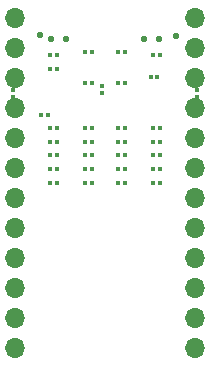
<source format=gbr>
%TF.GenerationSoftware,KiCad,Pcbnew,8.0.3+1*%
%TF.CreationDate,2024-06-27T20:46:53-04:00*%
%TF.ProjectId,XIAO_REV,5849414f-5f52-4455-962e-6b696361645f,rev?*%
%TF.SameCoordinates,Original*%
%TF.FileFunction,Paste,Bot*%
%TF.FilePolarity,Positive*%
%FSLAX46Y46*%
G04 Gerber Fmt 4.6, Leading zero omitted, Abs format (unit mm)*
G04 Created by KiCad (PCBNEW 8.0.3+1) date 2024-06-27 20:46:53*
%MOMM*%
%LPD*%
G01*
G04 APERTURE LIST*
G04 Aperture macros list*
%AMOutline5P*
0 Free polygon, 5 corners , with rotation*
0 The origin of the aperture is its center*
0 number of corners: always 5*
0 $1 to $10 corner X, Y*
0 $11 Rotation angle, in degrees counterclockwise*
0 create outline with 5 corners*
4,1,5,$1,$2,$3,$4,$5,$6,$7,$8,$9,$10,$1,$2,$11*%
%AMOutline6P*
0 Free polygon, 6 corners , with rotation*
0 The origin of the aperture is its center*
0 number of corners: always 6*
0 $1 to $12 corner X, Y*
0 $13 Rotation angle, in degrees counterclockwise*
0 create outline with 6 corners*
4,1,6,$1,$2,$3,$4,$5,$6,$7,$8,$9,$10,$11,$12,$1,$2,$13*%
%AMOutline7P*
0 Free polygon, 7 corners , with rotation*
0 The origin of the aperture is its center*
0 number of corners: always 7*
0 $1 to $14 corner X, Y*
0 $15 Rotation angle, in degrees counterclockwise*
0 create outline with 7 corners*
4,1,7,$1,$2,$3,$4,$5,$6,$7,$8,$9,$10,$11,$12,$13,$14,$1,$2,$15*%
%AMOutline8P*
0 Free polygon, 8 corners , with rotation*
0 The origin of the aperture is its center*
0 number of corners: always 8*
0 $1 to $16 corner X, Y*
0 $17 Rotation angle, in degrees counterclockwise*
0 create outline with 8 corners*
4,1,8,$1,$2,$3,$4,$5,$6,$7,$8,$9,$10,$11,$12,$13,$14,$15,$16,$1,$2,$17*%
G04 Aperture macros list end*
%ADD10Outline8P,-0.150000X0.140000X-0.090000X0.200000X0.090000X0.200000X0.150000X0.140000X0.150000X-0.140000X0.090000X-0.200000X-0.090000X-0.200000X-0.150000X-0.140000X0.000000*%
%ADD11Outline8P,-0.250000X0.150000X-0.150000X0.250000X0.150000X0.250000X0.250000X0.150000X0.250000X-0.150000X0.150000X-0.250000X-0.150000X-0.250000X-0.250000X-0.150000X135.000000*%
%ADD12Outline8P,-0.150000X0.140000X-0.090000X0.200000X0.090000X0.200000X0.150000X0.140000X0.150000X-0.140000X0.090000X-0.200000X-0.090000X-0.200000X-0.150000X-0.140000X270.000000*%
%ADD13O,1.700000X1.700000*%
G04 APERTURE END LIST*
D10*
%TO.C,*%
X167840000Y-79380000D03*
%TD*%
%TO.C,*%
X167840000Y-79930000D03*
%TD*%
%TO.C,*%
X152200000Y-79375000D03*
%TD*%
%TO.C,*%
X152200000Y-79925000D03*
%TD*%
%TO.C,*%
X159780000Y-79035000D03*
%TD*%
%TO.C,*%
X159780000Y-79585000D03*
%TD*%
D11*
%TO.C,*%
X154490000Y-74680000D03*
%TD*%
%TO.C,*%
X166020000Y-74830000D03*
%TD*%
%TO.C,*%
X164560000Y-75090000D03*
%TD*%
%TO.C,*%
X155450000Y-75090000D03*
%TD*%
%TO.C,*%
X163303948Y-75086052D03*
%TD*%
%TO.C,*%
X156736052Y-75086052D03*
%TD*%
D12*
%TO.C,*%
X164090000Y-84910000D03*
%TD*%
%TO.C,*%
X155400000Y-86060000D03*
%TD*%
%TO.C,*%
X158900000Y-82610000D03*
%TD*%
%TO.C,*%
X155400000Y-87210000D03*
%TD*%
%TO.C,*%
X158900000Y-78810000D03*
%TD*%
%TO.C,*%
X155400000Y-76410000D03*
%TD*%
%TO.C,*%
X155950000Y-87210000D03*
%TD*%
%TO.C,*%
X158350000Y-82610000D03*
%TD*%
%TO.C,*%
X158350000Y-86060000D03*
%TD*%
%TO.C,*%
X155950000Y-83760000D03*
%TD*%
%TO.C,*%
X164640000Y-76410000D03*
%TD*%
%TO.C,*%
X161140000Y-87210000D03*
%TD*%
%TO.C,*%
X161140000Y-78810000D03*
%TD*%
%TO.C,*%
X161690000Y-78810000D03*
%TD*%
%TO.C,*%
X155400000Y-82610000D03*
%TD*%
%TO.C,*%
X164640000Y-87210000D03*
%TD*%
%TO.C,*%
X158900000Y-76160000D03*
%TD*%
%TO.C,*%
X161140000Y-86060000D03*
%TD*%
%TO.C,*%
X155950000Y-86060000D03*
%TD*%
%TO.C,*%
X155400000Y-77560000D03*
%TD*%
%TO.C,*%
X163910000Y-78280000D03*
%TD*%
%TO.C,*%
X161690000Y-82610000D03*
%TD*%
%TO.C,*%
X164090000Y-76410000D03*
%TD*%
%TO.C,*%
X155950000Y-77560000D03*
%TD*%
%TO.C,*%
X164640000Y-84910000D03*
%TD*%
%TO.C,*%
X161690000Y-86060000D03*
%TD*%
%TO.C,*%
X155950000Y-84910000D03*
%TD*%
%TO.C,*%
X158350000Y-78810000D03*
%TD*%
%TO.C,*%
X158900000Y-84910000D03*
%TD*%
%TO.C,*%
X158900000Y-86060000D03*
%TD*%
%TO.C,*%
X164090000Y-82610000D03*
%TD*%
%TO.C,*%
X158350000Y-84910000D03*
%TD*%
%TO.C,*%
X164640000Y-83760000D03*
%TD*%
%TO.C,*%
X161140000Y-83760000D03*
%TD*%
%TO.C,*%
X161690000Y-76160000D03*
%TD*%
%TO.C,*%
X161690000Y-87210000D03*
%TD*%
%TO.C,*%
X155950000Y-82610000D03*
%TD*%
%TO.C,*%
X158900000Y-83760000D03*
%TD*%
%TO.C,*%
X161140000Y-84910000D03*
%TD*%
%TO.C,*%
X158350000Y-83760000D03*
%TD*%
%TO.C,*%
X164090000Y-83760000D03*
%TD*%
%TO.C,*%
X164090000Y-87210000D03*
%TD*%
%TO.C,*%
X161140000Y-82610000D03*
%TD*%
%TO.C,*%
X161690000Y-84910000D03*
%TD*%
%TO.C,*%
X158900000Y-87210000D03*
%TD*%
%TO.C,*%
X164090000Y-86060000D03*
%TD*%
%TO.C,*%
X164640000Y-82610000D03*
%TD*%
%TO.C,*%
X155400000Y-83760000D03*
%TD*%
%TO.C,*%
X164460000Y-78280000D03*
%TD*%
%TO.C,*%
X158350000Y-76160000D03*
%TD*%
%TO.C,*%
X161140000Y-76160000D03*
%TD*%
%TO.C,*%
X155400000Y-84910000D03*
%TD*%
%TO.C,*%
X155950000Y-76410000D03*
%TD*%
%TO.C,*%
X161690000Y-83760000D03*
%TD*%
%TO.C,*%
X164640000Y-86060000D03*
%TD*%
%TO.C,*%
X158350000Y-87210000D03*
%TD*%
D13*
%TO.C,*%
X152400000Y-91070000D03*
%TD*%
%TO.C,*%
X167640000Y-80910000D03*
%TD*%
%TO.C,*%
X152400000Y-80910000D03*
%TD*%
%TO.C,*%
X167640000Y-93610000D03*
%TD*%
%TO.C,*%
X152400000Y-83450000D03*
%TD*%
%TO.C,*%
X152400000Y-96150000D03*
%TD*%
%TO.C,*%
X167640000Y-75830000D03*
%TD*%
%TO.C,*%
X152400000Y-101230000D03*
%TD*%
%TO.C,*%
X152400000Y-93610000D03*
%TD*%
%TO.C,*%
X167640000Y-85990000D03*
%TD*%
%TO.C,*%
X152400000Y-78370000D03*
%TD*%
%TO.C,*%
X167640000Y-98690000D03*
%TD*%
%TO.C,*%
X152400000Y-75830000D03*
%TD*%
%TO.C,*%
X152400000Y-85990000D03*
%TD*%
%TO.C,*%
X152400000Y-73290000D03*
%TD*%
%TO.C,*%
X167640000Y-101230000D03*
%TD*%
%TO.C,*%
X167640000Y-73290000D03*
%TD*%
%TO.C,*%
X167640000Y-83450000D03*
%TD*%
%TO.C,*%
X152400000Y-98690000D03*
%TD*%
%TO.C,*%
X167640000Y-78370000D03*
%TD*%
%TO.C,*%
X167640000Y-96150000D03*
%TD*%
%TO.C,*%
X152400000Y-88530000D03*
%TD*%
%TO.C,*%
X167640000Y-88530000D03*
%TD*%
%TO.C,*%
X167640000Y-91070000D03*
%TD*%
D12*
%TO.C,*%
X155150000Y-81500000D03*
%TD*%
%TO.C,*%
X154600000Y-81500000D03*
%TD*%
M02*

</source>
